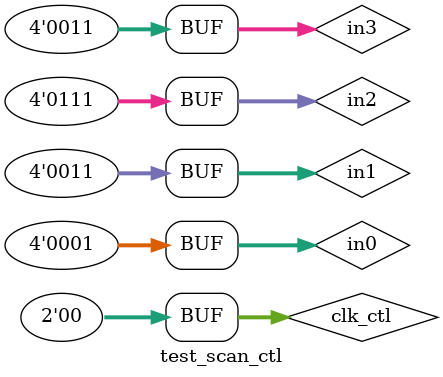
<source format=v>
module test_scan_ctl;

wire [3:0] ssd;
wire [3:0] ssd_ctl;
reg [3:0] in0;
reg [3:0] in1;
reg [3:0] in2;
reg [3:0] in3;
reg [1:0] clk_ctl;

scan_ctl U0 (ssd, ssd_ctl, in0, in1, in2, in3, clk_ctl);

initial
begin
    in0 = 4'b0001; in1 = 4'b0011; in2 = 4'b0111; in3 = 4'b0011; clk_ctl = 2'b00;
    #10 clk_ctl = 2'b01;
    #10 clk_ctl = 2'b10;
    #10 clk_ctl = 2'b11;
    #10 clk_ctl = 2'b00;
end

endmodule
</source>
